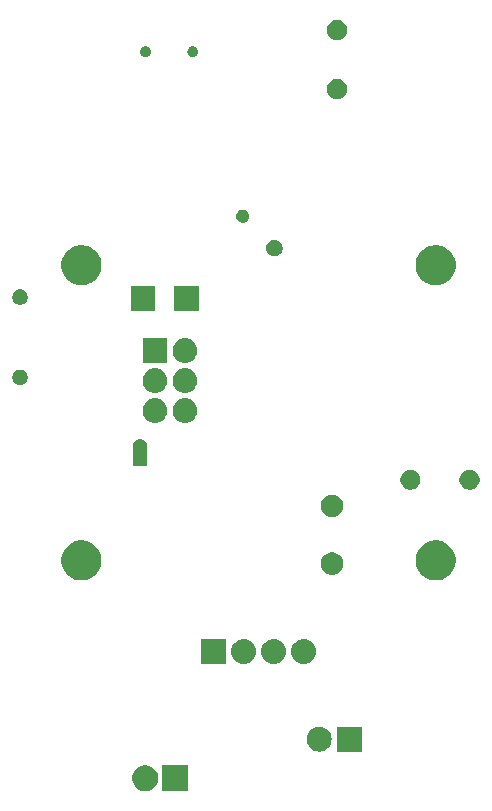
<source format=gbr>
G04 #@! TF.GenerationSoftware,KiCad,Pcbnew,(5.0.2)-1*
G04 #@! TF.CreationDate,2019-02-16T20:24:50+11:00*
G04 #@! TF.ProjectId,lightning trigger,6c696768-746e-4696-9e67-207472696767,rev?*
G04 #@! TF.SameCoordinates,Original*
G04 #@! TF.FileFunction,Soldermask,Bot*
G04 #@! TF.FilePolarity,Negative*
%FSLAX46Y46*%
G04 Gerber Fmt 4.6, Leading zero omitted, Abs format (unit mm)*
G04 Created by KiCad (PCBNEW (5.0.2)-1) date 16/02/2019 8:24:50 PM*
%MOMM*%
%LPD*%
G01*
G04 APERTURE LIST*
%ADD10C,0.100000*%
G04 APERTURE END LIST*
D10*
G36*
X-5961200Y-31834000D02*
X-8161200Y-31834000D01*
X-8161200Y-29634000D01*
X-5961200Y-29634000D01*
X-5961200Y-31834000D01*
X-5961200Y-31834000D01*
G37*
G36*
X-9280343Y-29676272D02*
X-9080158Y-29759191D01*
X-8899987Y-29879578D01*
X-8746778Y-30032787D01*
X-8626391Y-30212958D01*
X-8543472Y-30413143D01*
X-8501200Y-30625658D01*
X-8501200Y-30842342D01*
X-8543472Y-31054857D01*
X-8626391Y-31255042D01*
X-8746778Y-31435213D01*
X-8899987Y-31588422D01*
X-9080158Y-31708809D01*
X-9280343Y-31791728D01*
X-9492858Y-31834000D01*
X-9709542Y-31834000D01*
X-9922057Y-31791728D01*
X-10122242Y-31708809D01*
X-10302413Y-31588422D01*
X-10455622Y-31435213D01*
X-10576009Y-31255042D01*
X-10658928Y-31054857D01*
X-10701200Y-30842342D01*
X-10701200Y-30625658D01*
X-10658928Y-30413143D01*
X-10576009Y-30212958D01*
X-10455622Y-30032787D01*
X-10302413Y-29879578D01*
X-10122242Y-29759191D01*
X-9922057Y-29676272D01*
X-9709542Y-29634000D01*
X-9492858Y-29634000D01*
X-9280343Y-29676272D01*
X-9280343Y-29676272D01*
G37*
G36*
X5272207Y-26389597D02*
X5349336Y-26397193D01*
X5481287Y-26437220D01*
X5547263Y-26457233D01*
X5729672Y-26554733D01*
X5889554Y-26685946D01*
X6020767Y-26845828D01*
X6118267Y-27028237D01*
X6118267Y-27028238D01*
X6178307Y-27226164D01*
X6198580Y-27432000D01*
X6178307Y-27637836D01*
X6138280Y-27769787D01*
X6118267Y-27835763D01*
X6020767Y-28018172D01*
X5889554Y-28178054D01*
X5729672Y-28309267D01*
X5547263Y-28406767D01*
X5481287Y-28426780D01*
X5349336Y-28466807D01*
X5272207Y-28474404D01*
X5195080Y-28482000D01*
X5091920Y-28482000D01*
X5014793Y-28474404D01*
X4937664Y-28466807D01*
X4805713Y-28426780D01*
X4739737Y-28406767D01*
X4557328Y-28309267D01*
X4397446Y-28178054D01*
X4266233Y-28018172D01*
X4168733Y-27835763D01*
X4148720Y-27769787D01*
X4108693Y-27637836D01*
X4088420Y-27432000D01*
X4108693Y-27226164D01*
X4168733Y-27028238D01*
X4168733Y-27028237D01*
X4266233Y-26845828D01*
X4397446Y-26685946D01*
X4557328Y-26554733D01*
X4739737Y-26457233D01*
X4805713Y-26437220D01*
X4937664Y-26397193D01*
X5014793Y-26389596D01*
X5091920Y-26382000D01*
X5195080Y-26382000D01*
X5272207Y-26389597D01*
X5272207Y-26389597D01*
G37*
G36*
X8733500Y-28482000D02*
X6633500Y-28482000D01*
X6633500Y-26382000D01*
X8733500Y-26382000D01*
X8733500Y-28482000D01*
X8733500Y-28482000D01*
G37*
G36*
X3948707Y-18957597D02*
X4025836Y-18965193D01*
X4157787Y-19005220D01*
X4223763Y-19025233D01*
X4406172Y-19122733D01*
X4566054Y-19253946D01*
X4697267Y-19413828D01*
X4794767Y-19596237D01*
X4794767Y-19596238D01*
X4854807Y-19794164D01*
X4875080Y-20000000D01*
X4854807Y-20205836D01*
X4814780Y-20337787D01*
X4794767Y-20403763D01*
X4697267Y-20586172D01*
X4566054Y-20746054D01*
X4406172Y-20877267D01*
X4223763Y-20974767D01*
X4157787Y-20994780D01*
X4025836Y-21034807D01*
X3948707Y-21042404D01*
X3871580Y-21050000D01*
X3768420Y-21050000D01*
X3691293Y-21042404D01*
X3614164Y-21034807D01*
X3482213Y-20994780D01*
X3416237Y-20974767D01*
X3233828Y-20877267D01*
X3073946Y-20746054D01*
X2942733Y-20586172D01*
X2845233Y-20403763D01*
X2825220Y-20337787D01*
X2785193Y-20205836D01*
X2764920Y-20000000D01*
X2785193Y-19794164D01*
X2845233Y-19596238D01*
X2845233Y-19596237D01*
X2942733Y-19413828D01*
X3073946Y-19253946D01*
X3233828Y-19122733D01*
X3416237Y-19025233D01*
X3482213Y-19005220D01*
X3614164Y-18965193D01*
X3691293Y-18957597D01*
X3768420Y-18950000D01*
X3871580Y-18950000D01*
X3948707Y-18957597D01*
X3948707Y-18957597D01*
G37*
G36*
X1408707Y-18957597D02*
X1485836Y-18965193D01*
X1617787Y-19005220D01*
X1683763Y-19025233D01*
X1866172Y-19122733D01*
X2026054Y-19253946D01*
X2157267Y-19413828D01*
X2254767Y-19596237D01*
X2254767Y-19596238D01*
X2314807Y-19794164D01*
X2335080Y-20000000D01*
X2314807Y-20205836D01*
X2274780Y-20337787D01*
X2254767Y-20403763D01*
X2157267Y-20586172D01*
X2026054Y-20746054D01*
X1866172Y-20877267D01*
X1683763Y-20974767D01*
X1617787Y-20994780D01*
X1485836Y-21034807D01*
X1408707Y-21042404D01*
X1331580Y-21050000D01*
X1228420Y-21050000D01*
X1151293Y-21042404D01*
X1074164Y-21034807D01*
X942213Y-20994780D01*
X876237Y-20974767D01*
X693828Y-20877267D01*
X533946Y-20746054D01*
X402733Y-20586172D01*
X305233Y-20403763D01*
X285220Y-20337787D01*
X245193Y-20205836D01*
X224920Y-20000000D01*
X245193Y-19794164D01*
X305233Y-19596238D01*
X305233Y-19596237D01*
X402733Y-19413828D01*
X533946Y-19253946D01*
X693828Y-19122733D01*
X876237Y-19025233D01*
X942213Y-19005220D01*
X1074164Y-18965193D01*
X1151293Y-18957597D01*
X1228420Y-18950000D01*
X1331580Y-18950000D01*
X1408707Y-18957597D01*
X1408707Y-18957597D01*
G37*
G36*
X-1131293Y-18957597D02*
X-1054164Y-18965193D01*
X-922213Y-19005220D01*
X-856237Y-19025233D01*
X-673828Y-19122733D01*
X-513946Y-19253946D01*
X-382733Y-19413828D01*
X-285233Y-19596237D01*
X-285233Y-19596238D01*
X-225193Y-19794164D01*
X-204920Y-20000000D01*
X-225193Y-20205836D01*
X-265220Y-20337787D01*
X-285233Y-20403763D01*
X-382733Y-20586172D01*
X-513946Y-20746054D01*
X-673828Y-20877267D01*
X-856237Y-20974767D01*
X-922213Y-20994780D01*
X-1054164Y-21034807D01*
X-1131293Y-21042404D01*
X-1208420Y-21050000D01*
X-1311580Y-21050000D01*
X-1388707Y-21042404D01*
X-1465836Y-21034807D01*
X-1597787Y-20994780D01*
X-1663763Y-20974767D01*
X-1846172Y-20877267D01*
X-2006054Y-20746054D01*
X-2137267Y-20586172D01*
X-2234767Y-20403763D01*
X-2254780Y-20337787D01*
X-2294807Y-20205836D01*
X-2315080Y-20000000D01*
X-2294807Y-19794164D01*
X-2234767Y-19596238D01*
X-2234767Y-19596237D01*
X-2137267Y-19413828D01*
X-2006054Y-19253946D01*
X-1846172Y-19122733D01*
X-1663763Y-19025233D01*
X-1597787Y-19005220D01*
X-1465836Y-18965193D01*
X-1388707Y-18957597D01*
X-1311580Y-18950000D01*
X-1208420Y-18950000D01*
X-1131293Y-18957597D01*
X-1131293Y-18957597D01*
G37*
G36*
X-2750000Y-21050000D02*
X-4850000Y-21050000D01*
X-4850000Y-18950000D01*
X-2750000Y-18950000D01*
X-2750000Y-21050000D01*
X-2750000Y-21050000D01*
G37*
G36*
X-14613607Y-10643553D02*
X-14504128Y-10665330D01*
X-14194748Y-10793479D01*
X-13916313Y-10979523D01*
X-13679523Y-11216313D01*
X-13493479Y-11494748D01*
X-13365330Y-11804128D01*
X-13343553Y-11913607D01*
X-13300000Y-12132563D01*
X-13300000Y-12467437D01*
X-13339610Y-12666567D01*
X-13365330Y-12795872D01*
X-13493479Y-13105252D01*
X-13679523Y-13383687D01*
X-13916313Y-13620477D01*
X-14194748Y-13806521D01*
X-14504128Y-13934670D01*
X-14613607Y-13956447D01*
X-14832563Y-14000000D01*
X-15167437Y-14000000D01*
X-15386393Y-13956447D01*
X-15495872Y-13934670D01*
X-15805252Y-13806521D01*
X-16083687Y-13620477D01*
X-16320477Y-13383687D01*
X-16506521Y-13105252D01*
X-16634670Y-12795872D01*
X-16660390Y-12666567D01*
X-16700000Y-12467437D01*
X-16700000Y-12132563D01*
X-16656447Y-11913607D01*
X-16634670Y-11804128D01*
X-16506521Y-11494748D01*
X-16320477Y-11216313D01*
X-16083687Y-10979523D01*
X-15805252Y-10793479D01*
X-15495872Y-10665330D01*
X-15386393Y-10643553D01*
X-15167437Y-10600000D01*
X-14832563Y-10600000D01*
X-14613607Y-10643553D01*
X-14613607Y-10643553D01*
G37*
G36*
X15386393Y-10643553D02*
X15495872Y-10665330D01*
X15805252Y-10793479D01*
X16083687Y-10979523D01*
X16320477Y-11216313D01*
X16506521Y-11494748D01*
X16634670Y-11804128D01*
X16656447Y-11913607D01*
X16700000Y-12132563D01*
X16700000Y-12467437D01*
X16660390Y-12666567D01*
X16634670Y-12795872D01*
X16506521Y-13105252D01*
X16320477Y-13383687D01*
X16083687Y-13620477D01*
X15805252Y-13806521D01*
X15495872Y-13934670D01*
X15386393Y-13956447D01*
X15167437Y-14000000D01*
X14832563Y-14000000D01*
X14613607Y-13956447D01*
X14504128Y-13934670D01*
X14194748Y-13806521D01*
X13916313Y-13620477D01*
X13679523Y-13383687D01*
X13493479Y-13105252D01*
X13365330Y-12795872D01*
X13339610Y-12666567D01*
X13300000Y-12467437D01*
X13300000Y-12132563D01*
X13343553Y-11913607D01*
X13365330Y-11804128D01*
X13493479Y-11494748D01*
X13679523Y-11216313D01*
X13916313Y-10979523D01*
X14194748Y-10793479D01*
X14504128Y-10665330D01*
X14613607Y-10643553D01*
X14832563Y-10600000D01*
X15167437Y-10600000D01*
X15386393Y-10643553D01*
X15386393Y-10643553D01*
G37*
G36*
X6362452Y-11632127D02*
X6500105Y-11659508D01*
X6672994Y-11731121D01*
X6828590Y-11835087D01*
X6960913Y-11967410D01*
X7064879Y-12123006D01*
X7136492Y-12295895D01*
X7163873Y-12433548D01*
X7170614Y-12467435D01*
X7173000Y-12479433D01*
X7173000Y-12666567D01*
X7136492Y-12850105D01*
X7064879Y-13022994D01*
X6960913Y-13178590D01*
X6828590Y-13310913D01*
X6672994Y-13414879D01*
X6500105Y-13486492D01*
X6362452Y-13513873D01*
X6316568Y-13523000D01*
X6129432Y-13523000D01*
X6083548Y-13513873D01*
X5945895Y-13486492D01*
X5773006Y-13414879D01*
X5617410Y-13310913D01*
X5485087Y-13178590D01*
X5381121Y-13022994D01*
X5309508Y-12850105D01*
X5273000Y-12666567D01*
X5273000Y-12479433D01*
X5275387Y-12467435D01*
X5282127Y-12433548D01*
X5309508Y-12295895D01*
X5381121Y-12123006D01*
X5485087Y-11967410D01*
X5617410Y-11835087D01*
X5773006Y-11731121D01*
X5945895Y-11659508D01*
X6083548Y-11632127D01*
X6129432Y-11623000D01*
X6316568Y-11623000D01*
X6362452Y-11632127D01*
X6362452Y-11632127D01*
G37*
G36*
X6362451Y-6732127D02*
X6500105Y-6759508D01*
X6672994Y-6831121D01*
X6828590Y-6935087D01*
X6960913Y-7067410D01*
X7064879Y-7223006D01*
X7136492Y-7395895D01*
X7173000Y-7579433D01*
X7173000Y-7766567D01*
X7136492Y-7950105D01*
X7064879Y-8122994D01*
X6960913Y-8278590D01*
X6828590Y-8410913D01*
X6672994Y-8514879D01*
X6500105Y-8586492D01*
X6362452Y-8613873D01*
X6316568Y-8623000D01*
X6129432Y-8623000D01*
X6083548Y-8613873D01*
X5945895Y-8586492D01*
X5773006Y-8514879D01*
X5617410Y-8410913D01*
X5485087Y-8278590D01*
X5381121Y-8122994D01*
X5309508Y-7950105D01*
X5273000Y-7766567D01*
X5273000Y-7579433D01*
X5309508Y-7395895D01*
X5381121Y-7223006D01*
X5485087Y-7067410D01*
X5617410Y-6935087D01*
X5773006Y-6831121D01*
X5945895Y-6759508D01*
X6083549Y-6732127D01*
X6129432Y-6723000D01*
X6316568Y-6723000D01*
X6362451Y-6732127D01*
X6362451Y-6732127D01*
G37*
G36*
X13114934Y-4643664D02*
X13269627Y-4707740D01*
X13408847Y-4800764D01*
X13527236Y-4919153D01*
X13620260Y-5058373D01*
X13684336Y-5213066D01*
X13717000Y-5377281D01*
X13717000Y-5544719D01*
X13684336Y-5708934D01*
X13620260Y-5863627D01*
X13527236Y-6002847D01*
X13408847Y-6121236D01*
X13269627Y-6214260D01*
X13114934Y-6278336D01*
X12950719Y-6311000D01*
X12783281Y-6311000D01*
X12619066Y-6278336D01*
X12464373Y-6214260D01*
X12325153Y-6121236D01*
X12206764Y-6002847D01*
X12113740Y-5863627D01*
X12049664Y-5708934D01*
X12017000Y-5544719D01*
X12017000Y-5377281D01*
X12049664Y-5213066D01*
X12113740Y-5058373D01*
X12206764Y-4919153D01*
X12325153Y-4800764D01*
X12464373Y-4707740D01*
X12619066Y-4643664D01*
X12783281Y-4611000D01*
X12950719Y-4611000D01*
X13114934Y-4643664D01*
X13114934Y-4643664D01*
G37*
G36*
X18114934Y-4643664D02*
X18269627Y-4707740D01*
X18408847Y-4800764D01*
X18527236Y-4919153D01*
X18620260Y-5058373D01*
X18684336Y-5213066D01*
X18717000Y-5377281D01*
X18717000Y-5544719D01*
X18684336Y-5708934D01*
X18620260Y-5863627D01*
X18527236Y-6002847D01*
X18408847Y-6121236D01*
X18269627Y-6214260D01*
X18114934Y-6278336D01*
X17950719Y-6311000D01*
X17783281Y-6311000D01*
X17619066Y-6278336D01*
X17464373Y-6214260D01*
X17325153Y-6121236D01*
X17206764Y-6002847D01*
X17113740Y-5863627D01*
X17049664Y-5708934D01*
X17017000Y-5544719D01*
X17017000Y-5377281D01*
X17049664Y-5213066D01*
X17113740Y-5058373D01*
X17206764Y-4919153D01*
X17325153Y-4800764D01*
X17464373Y-4707740D01*
X17619066Y-4643664D01*
X17783281Y-4611000D01*
X17950719Y-4611000D01*
X18114934Y-4643664D01*
X18114934Y-4643664D01*
G37*
G36*
X-9910479Y-2051043D02*
X-9792666Y-2086781D01*
X-9684089Y-2144817D01*
X-9588920Y-2222920D01*
X-9510817Y-2318089D01*
X-9452781Y-2426666D01*
X-9417043Y-2544479D01*
X-9404976Y-2667000D01*
X-9417043Y-2789521D01*
X-9444709Y-2880724D01*
X-9449488Y-2904748D01*
X-9449488Y-2929252D01*
X-9444708Y-2953285D01*
X-9435330Y-2975924D01*
X-9421716Y-2996299D01*
X-9408000Y-3010015D01*
X-9408000Y-4292000D01*
X-10658000Y-4292000D01*
X-10658000Y-3009884D01*
X-10652522Y-3005388D01*
X-10636976Y-2986446D01*
X-10625425Y-2964835D01*
X-10618312Y-2941386D01*
X-10615910Y-2917000D01*
X-10618312Y-2892614D01*
X-10621288Y-2880734D01*
X-10648957Y-2789521D01*
X-10661024Y-2667000D01*
X-10648957Y-2544479D01*
X-10613219Y-2426666D01*
X-10555183Y-2318089D01*
X-10477080Y-2222920D01*
X-10381911Y-2144817D01*
X-10273334Y-2086781D01*
X-10155521Y-2051043D01*
X-10063704Y-2042000D01*
X-10002296Y-2042000D01*
X-9910479Y-2051043D01*
X-9910479Y-2051043D01*
G37*
G36*
X-6094293Y1423404D02*
X-6017164Y1415807D01*
X-5885213Y1375780D01*
X-5819237Y1355767D01*
X-5636828Y1258267D01*
X-5476946Y1127054D01*
X-5345733Y967172D01*
X-5248233Y784763D01*
X-5248233Y784762D01*
X-5188193Y586836D01*
X-5167920Y381000D01*
X-5188193Y175164D01*
X-5228220Y43213D01*
X-5248233Y-22763D01*
X-5345733Y-205172D01*
X-5476946Y-365054D01*
X-5636828Y-496267D01*
X-5819237Y-593767D01*
X-5885213Y-613780D01*
X-6017164Y-653807D01*
X-6094293Y-661403D01*
X-6171420Y-669000D01*
X-6274580Y-669000D01*
X-6351707Y-661403D01*
X-6428836Y-653807D01*
X-6560787Y-613780D01*
X-6626763Y-593767D01*
X-6809172Y-496267D01*
X-6969054Y-365054D01*
X-7100267Y-205172D01*
X-7197767Y-22763D01*
X-7217780Y43213D01*
X-7257807Y175164D01*
X-7278080Y381000D01*
X-7257807Y586836D01*
X-7197767Y784762D01*
X-7197767Y784763D01*
X-7100267Y967172D01*
X-6969054Y1127054D01*
X-6809172Y1258267D01*
X-6626763Y1355767D01*
X-6560787Y1375780D01*
X-6428836Y1415807D01*
X-6351707Y1423404D01*
X-6274580Y1431000D01*
X-6171420Y1431000D01*
X-6094293Y1423404D01*
X-6094293Y1423404D01*
G37*
G36*
X-8634293Y1423404D02*
X-8557164Y1415807D01*
X-8425213Y1375780D01*
X-8359237Y1355767D01*
X-8176828Y1258267D01*
X-8016946Y1127054D01*
X-7885733Y967172D01*
X-7788233Y784763D01*
X-7788233Y784762D01*
X-7728193Y586836D01*
X-7707920Y381000D01*
X-7728193Y175164D01*
X-7768220Y43213D01*
X-7788233Y-22763D01*
X-7885733Y-205172D01*
X-8016946Y-365054D01*
X-8176828Y-496267D01*
X-8359237Y-593767D01*
X-8425213Y-613780D01*
X-8557164Y-653807D01*
X-8634293Y-661403D01*
X-8711420Y-669000D01*
X-8814580Y-669000D01*
X-8891707Y-661403D01*
X-8968836Y-653807D01*
X-9100787Y-613780D01*
X-9166763Y-593767D01*
X-9349172Y-496267D01*
X-9509054Y-365054D01*
X-9640267Y-205172D01*
X-9737767Y-22763D01*
X-9757780Y43213D01*
X-9797807Y175164D01*
X-9818080Y381000D01*
X-9797807Y586836D01*
X-9737767Y784762D01*
X-9737767Y784763D01*
X-9640267Y967172D01*
X-9509054Y1127054D01*
X-9349172Y1258267D01*
X-9166763Y1355767D01*
X-9100787Y1375780D01*
X-8968836Y1415807D01*
X-8891707Y1423404D01*
X-8814580Y1431000D01*
X-8711420Y1431000D01*
X-8634293Y1423404D01*
X-8634293Y1423404D01*
G37*
G36*
X-6094293Y3963403D02*
X-6017164Y3955807D01*
X-5885213Y3915780D01*
X-5819237Y3895767D01*
X-5636828Y3798267D01*
X-5476946Y3667054D01*
X-5345733Y3507172D01*
X-5248233Y3324763D01*
X-5248233Y3324762D01*
X-5188193Y3126836D01*
X-5167920Y2921000D01*
X-5188193Y2715164D01*
X-5214641Y2627977D01*
X-5248233Y2517237D01*
X-5345733Y2334828D01*
X-5476946Y2174946D01*
X-5636828Y2043733D01*
X-5819237Y1946233D01*
X-5885213Y1926220D01*
X-6017164Y1886193D01*
X-6094293Y1878596D01*
X-6171420Y1871000D01*
X-6274580Y1871000D01*
X-6351707Y1878596D01*
X-6428836Y1886193D01*
X-6560787Y1926220D01*
X-6626763Y1946233D01*
X-6809172Y2043733D01*
X-6969054Y2174946D01*
X-7100267Y2334828D01*
X-7197767Y2517237D01*
X-7231359Y2627977D01*
X-7257807Y2715164D01*
X-7278080Y2921000D01*
X-7257807Y3126836D01*
X-7197767Y3324762D01*
X-7197767Y3324763D01*
X-7100267Y3507172D01*
X-6969054Y3667054D01*
X-6809172Y3798267D01*
X-6626763Y3895767D01*
X-6560787Y3915780D01*
X-6428836Y3955807D01*
X-6351707Y3963403D01*
X-6274580Y3971000D01*
X-6171420Y3971000D01*
X-6094293Y3963403D01*
X-6094293Y3963403D01*
G37*
G36*
X-8634293Y3963403D02*
X-8557164Y3955807D01*
X-8425213Y3915780D01*
X-8359237Y3895767D01*
X-8176828Y3798267D01*
X-8016946Y3667054D01*
X-7885733Y3507172D01*
X-7788233Y3324763D01*
X-7788233Y3324762D01*
X-7728193Y3126836D01*
X-7707920Y2921000D01*
X-7728193Y2715164D01*
X-7754641Y2627977D01*
X-7788233Y2517237D01*
X-7885733Y2334828D01*
X-8016946Y2174946D01*
X-8176828Y2043733D01*
X-8359237Y1946233D01*
X-8425213Y1926220D01*
X-8557164Y1886193D01*
X-8634293Y1878596D01*
X-8711420Y1871000D01*
X-8814580Y1871000D01*
X-8891707Y1878596D01*
X-8968836Y1886193D01*
X-9100787Y1926220D01*
X-9166763Y1946233D01*
X-9349172Y2043733D01*
X-9509054Y2174946D01*
X-9640267Y2334828D01*
X-9737767Y2517237D01*
X-9771359Y2627977D01*
X-9797807Y2715164D01*
X-9818080Y2921000D01*
X-9797807Y3126836D01*
X-9737767Y3324762D01*
X-9737767Y3324763D01*
X-9640267Y3507172D01*
X-9509054Y3667054D01*
X-9349172Y3798267D01*
X-9166763Y3895767D01*
X-9100787Y3915780D01*
X-8968836Y3955807D01*
X-8891707Y3963403D01*
X-8814580Y3971000D01*
X-8711420Y3971000D01*
X-8634293Y3963403D01*
X-8634293Y3963403D01*
G37*
G36*
X-20045262Y3837347D02*
X-20003402Y3829021D01*
X-19968755Y3814670D01*
X-19885110Y3780023D01*
X-19778646Y3708886D01*
X-19688114Y3618354D01*
X-19616977Y3511890D01*
X-19567979Y3393597D01*
X-19543000Y3268021D01*
X-19543000Y3139979D01*
X-19567979Y3014403D01*
X-19616977Y2896110D01*
X-19688114Y2789646D01*
X-19778646Y2699114D01*
X-19885110Y2627977D01*
X-19968755Y2593330D01*
X-20003402Y2578979D01*
X-20045262Y2570653D01*
X-20128979Y2554000D01*
X-20257021Y2554000D01*
X-20340738Y2570653D01*
X-20382598Y2578979D01*
X-20417245Y2593330D01*
X-20500890Y2627977D01*
X-20607354Y2699114D01*
X-20697886Y2789646D01*
X-20769023Y2896110D01*
X-20818021Y3014403D01*
X-20843000Y3139979D01*
X-20843000Y3268021D01*
X-20818021Y3393597D01*
X-20769023Y3511890D01*
X-20697886Y3618354D01*
X-20607354Y3708886D01*
X-20500890Y3780023D01*
X-20417245Y3814670D01*
X-20382598Y3829021D01*
X-20340738Y3837347D01*
X-20257021Y3854000D01*
X-20128979Y3854000D01*
X-20045262Y3837347D01*
X-20045262Y3837347D01*
G37*
G36*
X-7713000Y4411000D02*
X-9813000Y4411000D01*
X-9813000Y6511000D01*
X-7713000Y6511000D01*
X-7713000Y4411000D01*
X-7713000Y4411000D01*
G37*
G36*
X-6094293Y6503403D02*
X-6017164Y6495807D01*
X-5885213Y6455780D01*
X-5819237Y6435767D01*
X-5636828Y6338267D01*
X-5476946Y6207054D01*
X-5345733Y6047172D01*
X-5248233Y5864763D01*
X-5248233Y5864762D01*
X-5188193Y5666836D01*
X-5167920Y5461000D01*
X-5188193Y5255164D01*
X-5228220Y5123213D01*
X-5248233Y5057237D01*
X-5345733Y4874828D01*
X-5476946Y4714946D01*
X-5636828Y4583733D01*
X-5819237Y4486233D01*
X-5885213Y4466220D01*
X-6017164Y4426193D01*
X-6094293Y4418597D01*
X-6171420Y4411000D01*
X-6274580Y4411000D01*
X-6351707Y4418597D01*
X-6428836Y4426193D01*
X-6560787Y4466220D01*
X-6626763Y4486233D01*
X-6809172Y4583733D01*
X-6969054Y4714946D01*
X-7100267Y4874828D01*
X-7197767Y5057237D01*
X-7217780Y5123213D01*
X-7257807Y5255164D01*
X-7278080Y5461000D01*
X-7257807Y5666836D01*
X-7197767Y5864762D01*
X-7197767Y5864763D01*
X-7100267Y6047172D01*
X-6969054Y6207054D01*
X-6809172Y6338267D01*
X-6626763Y6435767D01*
X-6560787Y6455780D01*
X-6428836Y6495807D01*
X-6351707Y6503404D01*
X-6274580Y6511000D01*
X-6171420Y6511000D01*
X-6094293Y6503403D01*
X-6094293Y6503403D01*
G37*
G36*
X-5046000Y8856000D02*
X-7146000Y8856000D01*
X-7146000Y10956000D01*
X-5046000Y10956000D01*
X-5046000Y8856000D01*
X-5046000Y8856000D01*
G37*
G36*
X-8729000Y8856000D02*
X-10829000Y8856000D01*
X-10829000Y10956000D01*
X-8729000Y10956000D01*
X-8729000Y8856000D01*
X-8729000Y8856000D01*
G37*
G36*
X-20045262Y10637347D02*
X-20003402Y10629021D01*
X-19968755Y10614670D01*
X-19885110Y10580023D01*
X-19778646Y10508886D01*
X-19688114Y10418354D01*
X-19616977Y10311890D01*
X-19567979Y10193597D01*
X-19543000Y10068021D01*
X-19543000Y9939979D01*
X-19567979Y9814403D01*
X-19616977Y9696110D01*
X-19688114Y9589646D01*
X-19778646Y9499114D01*
X-19885110Y9427977D01*
X-19968755Y9393330D01*
X-20003402Y9378979D01*
X-20045262Y9370653D01*
X-20128979Y9354000D01*
X-20257021Y9354000D01*
X-20340738Y9370653D01*
X-20382598Y9378979D01*
X-20417245Y9393330D01*
X-20500890Y9427977D01*
X-20607354Y9499114D01*
X-20697886Y9589646D01*
X-20769023Y9696110D01*
X-20818021Y9814403D01*
X-20843000Y9939979D01*
X-20843000Y10068021D01*
X-20818021Y10193597D01*
X-20769023Y10311890D01*
X-20697886Y10418354D01*
X-20607354Y10508886D01*
X-20500890Y10580023D01*
X-20417245Y10614670D01*
X-20382598Y10629021D01*
X-20340738Y10637347D01*
X-20257021Y10654000D01*
X-20128979Y10654000D01*
X-20045262Y10637347D01*
X-20045262Y10637347D01*
G37*
G36*
X15386393Y14356447D02*
X15495872Y14334670D01*
X15805252Y14206521D01*
X16083687Y14020477D01*
X16320477Y13783687D01*
X16506521Y13505252D01*
X16634670Y13195872D01*
X16700000Y12867435D01*
X16700000Y12532565D01*
X16634670Y12204128D01*
X16506521Y11894748D01*
X16320477Y11616313D01*
X16083687Y11379523D01*
X15805252Y11193479D01*
X15495872Y11065330D01*
X15386393Y11043553D01*
X15167437Y11000000D01*
X14832563Y11000000D01*
X14613607Y11043553D01*
X14504128Y11065330D01*
X14194748Y11193479D01*
X13916313Y11379523D01*
X13679523Y11616313D01*
X13493479Y11894748D01*
X13365330Y12204128D01*
X13300000Y12532565D01*
X13300000Y12867435D01*
X13365330Y13195872D01*
X13493479Y13505252D01*
X13679523Y13783687D01*
X13916313Y14020477D01*
X14194748Y14206521D01*
X14504128Y14334670D01*
X14613607Y14356447D01*
X14832563Y14400000D01*
X15167437Y14400000D01*
X15386393Y14356447D01*
X15386393Y14356447D01*
G37*
G36*
X-14613607Y14356447D02*
X-14504128Y14334670D01*
X-14194748Y14206521D01*
X-13916313Y14020477D01*
X-13679523Y13783687D01*
X-13493479Y13505252D01*
X-13365330Y13195872D01*
X-13300000Y12867435D01*
X-13300000Y12532565D01*
X-13365330Y12204128D01*
X-13493479Y11894748D01*
X-13679523Y11616313D01*
X-13916313Y11379523D01*
X-14194748Y11193479D01*
X-14504128Y11065330D01*
X-14613607Y11043553D01*
X-14832563Y11000000D01*
X-15167437Y11000000D01*
X-15386393Y11043553D01*
X-15495872Y11065330D01*
X-15805252Y11193479D01*
X-16083687Y11379523D01*
X-16320477Y11616313D01*
X-16506521Y11894748D01*
X-16634670Y12204128D01*
X-16700000Y12532565D01*
X-16700000Y12867435D01*
X-16634670Y13195872D01*
X-16506521Y13505252D01*
X-16320477Y13783687D01*
X-16083687Y14020477D01*
X-15805252Y14206521D01*
X-15495872Y14334670D01*
X-15386393Y14356447D01*
X-15167437Y14400000D01*
X-14832563Y14400000D01*
X-14613607Y14356447D01*
X-14613607Y14356447D01*
G37*
G36*
X1547686Y14823597D02*
X1675077Y14770829D01*
X1789728Y14694222D01*
X1887228Y14596722D01*
X1963835Y14482071D01*
X2016603Y14354680D01*
X2043503Y14219442D01*
X2043503Y14081552D01*
X2016603Y13946314D01*
X1963835Y13818923D01*
X1887228Y13704272D01*
X1789728Y13606772D01*
X1675077Y13530165D01*
X1547686Y13477397D01*
X1412448Y13450497D01*
X1274558Y13450497D01*
X1139320Y13477397D01*
X1011929Y13530165D01*
X897278Y13606772D01*
X799778Y13704272D01*
X723171Y13818923D01*
X670403Y13946314D01*
X643503Y14081552D01*
X643503Y14219442D01*
X670403Y14354680D01*
X723171Y14482071D01*
X799778Y14596722D01*
X897278Y14694222D01*
X1011929Y14770829D01*
X1139320Y14823597D01*
X1274558Y14850497D01*
X1412448Y14850497D01*
X1547686Y14823597D01*
X1547686Y14823597D01*
G37*
G36*
X-1253913Y17380458D02*
X-1183074Y17366367D01*
X-1082980Y17324906D01*
X-992896Y17264714D01*
X-916292Y17188110D01*
X-916290Y17188107D01*
X-856100Y17098026D01*
X-814639Y16997932D01*
X-793503Y16891673D01*
X-793503Y16783333D01*
X-814639Y16677074D01*
X-856100Y16576980D01*
X-916292Y16486896D01*
X-992896Y16410292D01*
X-992899Y16410290D01*
X-1082980Y16350100D01*
X-1183074Y16308639D01*
X-1253913Y16294548D01*
X-1289332Y16287503D01*
X-1397674Y16287503D01*
X-1433093Y16294548D01*
X-1503932Y16308639D01*
X-1604026Y16350100D01*
X-1694107Y16410290D01*
X-1694110Y16410292D01*
X-1770714Y16486896D01*
X-1830906Y16576980D01*
X-1872367Y16677074D01*
X-1893503Y16783333D01*
X-1893503Y16891673D01*
X-1872367Y16997932D01*
X-1830906Y17098026D01*
X-1770716Y17188107D01*
X-1770714Y17188110D01*
X-1694110Y17264714D01*
X-1604026Y17324906D01*
X-1503932Y17366367D01*
X-1433093Y17380458D01*
X-1397674Y17387503D01*
X-1289332Y17387503D01*
X-1253913Y17380458D01*
X-1253913Y17380458D01*
G37*
G36*
X6895934Y28416336D02*
X7050627Y28352260D01*
X7189847Y28259236D01*
X7308236Y28140847D01*
X7401260Y28001627D01*
X7465336Y27846934D01*
X7498000Y27682719D01*
X7498000Y27515281D01*
X7465336Y27351066D01*
X7401260Y27196373D01*
X7308236Y27057153D01*
X7189847Y26938764D01*
X7050627Y26845740D01*
X6895934Y26781664D01*
X6731719Y26749000D01*
X6564281Y26749000D01*
X6400066Y26781664D01*
X6245373Y26845740D01*
X6106153Y26938764D01*
X5987764Y27057153D01*
X5894740Y27196373D01*
X5830664Y27351066D01*
X5798000Y27515281D01*
X5798000Y27682719D01*
X5830664Y27846934D01*
X5894740Y28001627D01*
X5987764Y28140847D01*
X6106153Y28259236D01*
X6245373Y28352260D01*
X6400066Y28416336D01*
X6564281Y28449000D01*
X6731719Y28449000D01*
X6895934Y28416336D01*
X6895934Y28416336D01*
G37*
G36*
X-5436740Y31208707D02*
X-5354845Y31174785D01*
X-5281139Y31125536D01*
X-5218464Y31062861D01*
X-5169215Y30989155D01*
X-5135293Y30907260D01*
X-5118000Y30820322D01*
X-5118000Y30731678D01*
X-5135293Y30644740D01*
X-5169215Y30562845D01*
X-5218464Y30489139D01*
X-5281139Y30426464D01*
X-5354845Y30377215D01*
X-5436740Y30343293D01*
X-5523678Y30326000D01*
X-5612322Y30326000D01*
X-5699260Y30343293D01*
X-5781155Y30377215D01*
X-5854861Y30426464D01*
X-5917536Y30489139D01*
X-5966785Y30562845D01*
X-6000707Y30644740D01*
X-6018000Y30731678D01*
X-6018000Y30820322D01*
X-6000707Y30907260D01*
X-5966785Y30989155D01*
X-5917536Y31062861D01*
X-5854861Y31125536D01*
X-5781155Y31174785D01*
X-5699260Y31208707D01*
X-5612322Y31226000D01*
X-5523678Y31226000D01*
X-5436740Y31208707D01*
X-5436740Y31208707D01*
G37*
G36*
X-9436740Y31208707D02*
X-9354845Y31174785D01*
X-9281139Y31125536D01*
X-9218464Y31062861D01*
X-9169215Y30989155D01*
X-9135293Y30907260D01*
X-9118000Y30820322D01*
X-9118000Y30731678D01*
X-9135293Y30644740D01*
X-9169215Y30562845D01*
X-9218464Y30489139D01*
X-9281139Y30426464D01*
X-9354845Y30377215D01*
X-9436740Y30343293D01*
X-9523678Y30326000D01*
X-9612322Y30326000D01*
X-9699260Y30343293D01*
X-9781155Y30377215D01*
X-9854861Y30426464D01*
X-9917536Y30489139D01*
X-9966785Y30562845D01*
X-10000707Y30644740D01*
X-10018000Y30731678D01*
X-10018000Y30820322D01*
X-10000707Y30907260D01*
X-9966785Y30989155D01*
X-9917536Y31062861D01*
X-9854861Y31125536D01*
X-9781155Y31174785D01*
X-9699260Y31208707D01*
X-9612322Y31226000D01*
X-9523678Y31226000D01*
X-9436740Y31208707D01*
X-9436740Y31208707D01*
G37*
G36*
X6895934Y33416336D02*
X7050627Y33352260D01*
X7189847Y33259236D01*
X7308236Y33140847D01*
X7401260Y33001627D01*
X7465336Y32846934D01*
X7498000Y32682719D01*
X7498000Y32515281D01*
X7465336Y32351066D01*
X7401260Y32196373D01*
X7308236Y32057153D01*
X7189847Y31938764D01*
X7050627Y31845740D01*
X6895934Y31781664D01*
X6731719Y31749000D01*
X6564281Y31749000D01*
X6400066Y31781664D01*
X6245373Y31845740D01*
X6106153Y31938764D01*
X5987764Y32057153D01*
X5894740Y32196373D01*
X5830664Y32351066D01*
X5798000Y32515281D01*
X5798000Y32682719D01*
X5830664Y32846934D01*
X5894740Y33001627D01*
X5987764Y33140847D01*
X6106153Y33259236D01*
X6245373Y33352260D01*
X6400066Y33416336D01*
X6564281Y33449000D01*
X6731719Y33449000D01*
X6895934Y33416336D01*
X6895934Y33416336D01*
G37*
M02*

</source>
